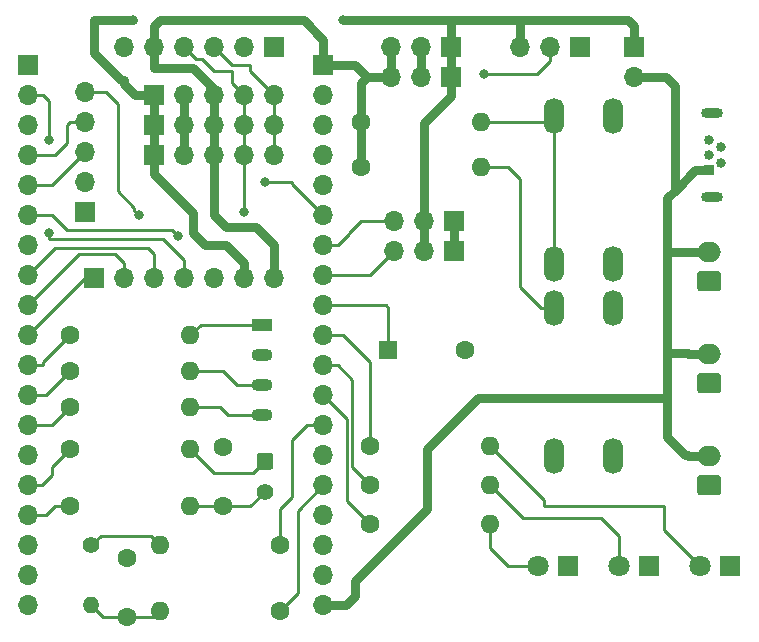
<source format=gtl>
G04 #@! TF.GenerationSoftware,KiCad,Pcbnew,(5.1.2)-1*
G04 #@! TF.CreationDate,2024-09-19T10:13:49+01:00*
G04 #@! TF.ProjectId,ESP32_PCB03,45535033-325f-4504-9342-30332e6b6963,rev?*
G04 #@! TF.SameCoordinates,Original*
G04 #@! TF.FileFunction,Copper,L1,Top*
G04 #@! TF.FilePolarity,Positive*
%FSLAX46Y46*%
G04 Gerber Fmt 4.6, Leading zero omitted, Abs format (unit mm)*
G04 Created by KiCad (PCBNEW (5.1.2)-1) date 2024-09-19 10:13:49*
%MOMM*%
%LPD*%
G04 APERTURE LIST*
%ADD10O,1.700000X1.700000*%
%ADD11R,1.700000X1.700000*%
%ADD12C,1.600000*%
%ADD13O,1.600000X1.600000*%
%ADD14C,1.400000*%
%ADD15C,0.150000*%
%ADD16O,1.400000X1.400000*%
%ADD17R,1.800000X1.070000*%
%ADD18O,1.800000X1.070000*%
%ADD19R,1.600000X1.600000*%
%ADD20C,1.800000*%
%ADD21R,1.800000X1.800000*%
%ADD22O,2.000000X1.700000*%
%ADD23C,1.700000*%
%ADD24O,1.727200X3.048000*%
%ADD25R,0.840000X0.840000*%
%ADD26C,0.840000*%
%ADD27O,1.850000X0.850000*%
%ADD28C,0.800000*%
%ADD29C,0.250000*%
%ADD30C,0.750000*%
G04 APERTURE END LIST*
D10*
X129648000Y-116840000D03*
X129648000Y-114300000D03*
X129648000Y-111760000D03*
X129648000Y-109220000D03*
X129648000Y-106680000D03*
X129648000Y-104140000D03*
X129648000Y-101600000D03*
X129648000Y-99060000D03*
X129648000Y-96520000D03*
X129648000Y-93980000D03*
X129648000Y-91440000D03*
X129648000Y-88900000D03*
X129648000Y-86360000D03*
X129648000Y-83820000D03*
X129648000Y-81280000D03*
X129648000Y-78740000D03*
X129648000Y-76200000D03*
X129648000Y-73660000D03*
D11*
X129648000Y-71120000D03*
X104648000Y-71120000D03*
D10*
X104648000Y-73660000D03*
X104648000Y-76200000D03*
X104648000Y-78740000D03*
X104648000Y-81280000D03*
X104648000Y-83820000D03*
X104648000Y-86360000D03*
X104648000Y-88900000D03*
X104648000Y-91440000D03*
X104648000Y-93980000D03*
X104648000Y-96520000D03*
X104648000Y-99060000D03*
X104648000Y-101600000D03*
X104648000Y-104140000D03*
X104648000Y-106680000D03*
X104648000Y-109220000D03*
X104648000Y-111760000D03*
X104648000Y-114300000D03*
X104648000Y-116840000D03*
D12*
X125984000Y-111760000D03*
D13*
X115824000Y-111760000D03*
D14*
X124714000Y-107208000D03*
D15*
G36*
X125189226Y-103949200D02*
G01*
X125213417Y-103952788D01*
X125237139Y-103958730D01*
X125260165Y-103966969D01*
X125282272Y-103977425D01*
X125303248Y-103989998D01*
X125322891Y-104004566D01*
X125341011Y-104020989D01*
X125357434Y-104039109D01*
X125372002Y-104058752D01*
X125384575Y-104079728D01*
X125395031Y-104101835D01*
X125403270Y-104124861D01*
X125409212Y-104148583D01*
X125412800Y-104172774D01*
X125414000Y-104197200D01*
X125414000Y-105098800D01*
X125412800Y-105123226D01*
X125409212Y-105147417D01*
X125403270Y-105171139D01*
X125395031Y-105194165D01*
X125384575Y-105216272D01*
X125372002Y-105237248D01*
X125357434Y-105256891D01*
X125341011Y-105275011D01*
X125322891Y-105291434D01*
X125303248Y-105306002D01*
X125282272Y-105318575D01*
X125260165Y-105329031D01*
X125237139Y-105337270D01*
X125213417Y-105343212D01*
X125189226Y-105346800D01*
X125164800Y-105348000D01*
X124263200Y-105348000D01*
X124238774Y-105346800D01*
X124214583Y-105343212D01*
X124190861Y-105337270D01*
X124167835Y-105329031D01*
X124145728Y-105318575D01*
X124124752Y-105306002D01*
X124105109Y-105291434D01*
X124086989Y-105275011D01*
X124070566Y-105256891D01*
X124055998Y-105237248D01*
X124043425Y-105216272D01*
X124032969Y-105194165D01*
X124024730Y-105171139D01*
X124018788Y-105147417D01*
X124015200Y-105123226D01*
X124014000Y-105098800D01*
X124014000Y-104197200D01*
X124015200Y-104172774D01*
X124018788Y-104148583D01*
X124024730Y-104124861D01*
X124032969Y-104101835D01*
X124043425Y-104079728D01*
X124055998Y-104058752D01*
X124070566Y-104039109D01*
X124086989Y-104020989D01*
X124105109Y-104004566D01*
X124124752Y-103989998D01*
X124145728Y-103977425D01*
X124167835Y-103966969D01*
X124190861Y-103958730D01*
X124214583Y-103952788D01*
X124238774Y-103949200D01*
X124263200Y-103948000D01*
X125164800Y-103948000D01*
X125189226Y-103949200D01*
X125189226Y-103949200D01*
G37*
D14*
X124714000Y-104648000D03*
X109982000Y-111760000D03*
D16*
X109982000Y-116840000D03*
D17*
X124460000Y-93091000D03*
D18*
X124460000Y-95631000D03*
X124460000Y-98171000D03*
X124460000Y-100711000D03*
D19*
X135128000Y-95250000D03*
D12*
X141628000Y-95250000D03*
X121158000Y-103458000D03*
X121158000Y-108458000D03*
X113030000Y-117856000D03*
X113030000Y-112856000D03*
D20*
X154686000Y-113538000D03*
D21*
X157226000Y-113538000D03*
D10*
X125476000Y-76200000D03*
X122936000Y-76200000D03*
X120396000Y-76200000D03*
X117856000Y-76200000D03*
D11*
X115316000Y-76200000D03*
X115316000Y-73660000D03*
D10*
X117856000Y-73660000D03*
X120396000Y-73660000D03*
X122936000Y-73660000D03*
X125476000Y-73660000D03*
X125476000Y-78740000D03*
X122936000Y-78740000D03*
X120396000Y-78740000D03*
X117856000Y-78740000D03*
D11*
X115316000Y-78740000D03*
X140462000Y-72136000D03*
D10*
X137922000Y-72136000D03*
X135382000Y-72136000D03*
X135382000Y-69596000D03*
X137922000Y-69596000D03*
D11*
X140462000Y-69596000D03*
X125476000Y-69596000D03*
D10*
X122936000Y-69596000D03*
X120396000Y-69596000D03*
X117856000Y-69596000D03*
X115316000Y-69596000D03*
X112776000Y-69596000D03*
D11*
X151384000Y-69596000D03*
D10*
X148844000Y-69596000D03*
X146304000Y-69596000D03*
X135636000Y-84328000D03*
X138176000Y-84328000D03*
D11*
X140716000Y-84328000D03*
X140716000Y-86868000D03*
D10*
X138176000Y-86868000D03*
X135636000Y-86868000D03*
D22*
X162306000Y-86908000D03*
D15*
G36*
X163080504Y-88559204D02*
G01*
X163104773Y-88562804D01*
X163128571Y-88568765D01*
X163151671Y-88577030D01*
X163173849Y-88587520D01*
X163194893Y-88600133D01*
X163214598Y-88614747D01*
X163232777Y-88631223D01*
X163249253Y-88649402D01*
X163263867Y-88669107D01*
X163276480Y-88690151D01*
X163286970Y-88712329D01*
X163295235Y-88735429D01*
X163301196Y-88759227D01*
X163304796Y-88783496D01*
X163306000Y-88808000D01*
X163306000Y-90008000D01*
X163304796Y-90032504D01*
X163301196Y-90056773D01*
X163295235Y-90080571D01*
X163286970Y-90103671D01*
X163276480Y-90125849D01*
X163263867Y-90146893D01*
X163249253Y-90166598D01*
X163232777Y-90184777D01*
X163214598Y-90201253D01*
X163194893Y-90215867D01*
X163173849Y-90228480D01*
X163151671Y-90238970D01*
X163128571Y-90247235D01*
X163104773Y-90253196D01*
X163080504Y-90256796D01*
X163056000Y-90258000D01*
X161556000Y-90258000D01*
X161531496Y-90256796D01*
X161507227Y-90253196D01*
X161483429Y-90247235D01*
X161460329Y-90238970D01*
X161438151Y-90228480D01*
X161417107Y-90215867D01*
X161397402Y-90201253D01*
X161379223Y-90184777D01*
X161362747Y-90166598D01*
X161348133Y-90146893D01*
X161335520Y-90125849D01*
X161325030Y-90103671D01*
X161316765Y-90080571D01*
X161310804Y-90056773D01*
X161307204Y-90032504D01*
X161306000Y-90008000D01*
X161306000Y-88808000D01*
X161307204Y-88783496D01*
X161310804Y-88759227D01*
X161316765Y-88735429D01*
X161325030Y-88712329D01*
X161335520Y-88690151D01*
X161348133Y-88669107D01*
X161362747Y-88649402D01*
X161379223Y-88631223D01*
X161397402Y-88614747D01*
X161417107Y-88600133D01*
X161438151Y-88587520D01*
X161460329Y-88577030D01*
X161483429Y-88568765D01*
X161507227Y-88562804D01*
X161531496Y-88559204D01*
X161556000Y-88558000D01*
X163056000Y-88558000D01*
X163080504Y-88559204D01*
X163080504Y-88559204D01*
G37*
D23*
X162306000Y-89408000D03*
D15*
G36*
X163080504Y-97195204D02*
G01*
X163104773Y-97198804D01*
X163128571Y-97204765D01*
X163151671Y-97213030D01*
X163173849Y-97223520D01*
X163194893Y-97236133D01*
X163214598Y-97250747D01*
X163232777Y-97267223D01*
X163249253Y-97285402D01*
X163263867Y-97305107D01*
X163276480Y-97326151D01*
X163286970Y-97348329D01*
X163295235Y-97371429D01*
X163301196Y-97395227D01*
X163304796Y-97419496D01*
X163306000Y-97444000D01*
X163306000Y-98644000D01*
X163304796Y-98668504D01*
X163301196Y-98692773D01*
X163295235Y-98716571D01*
X163286970Y-98739671D01*
X163276480Y-98761849D01*
X163263867Y-98782893D01*
X163249253Y-98802598D01*
X163232777Y-98820777D01*
X163214598Y-98837253D01*
X163194893Y-98851867D01*
X163173849Y-98864480D01*
X163151671Y-98874970D01*
X163128571Y-98883235D01*
X163104773Y-98889196D01*
X163080504Y-98892796D01*
X163056000Y-98894000D01*
X161556000Y-98894000D01*
X161531496Y-98892796D01*
X161507227Y-98889196D01*
X161483429Y-98883235D01*
X161460329Y-98874970D01*
X161438151Y-98864480D01*
X161417107Y-98851867D01*
X161397402Y-98837253D01*
X161379223Y-98820777D01*
X161362747Y-98802598D01*
X161348133Y-98782893D01*
X161335520Y-98761849D01*
X161325030Y-98739671D01*
X161316765Y-98716571D01*
X161310804Y-98692773D01*
X161307204Y-98668504D01*
X161306000Y-98644000D01*
X161306000Y-97444000D01*
X161307204Y-97419496D01*
X161310804Y-97395227D01*
X161316765Y-97371429D01*
X161325030Y-97348329D01*
X161335520Y-97326151D01*
X161348133Y-97305107D01*
X161362747Y-97285402D01*
X161379223Y-97267223D01*
X161397402Y-97250747D01*
X161417107Y-97236133D01*
X161438151Y-97223520D01*
X161460329Y-97213030D01*
X161483429Y-97204765D01*
X161507227Y-97198804D01*
X161531496Y-97195204D01*
X161556000Y-97194000D01*
X163056000Y-97194000D01*
X163080504Y-97195204D01*
X163080504Y-97195204D01*
G37*
D23*
X162306000Y-98044000D03*
D22*
X162306000Y-95544000D03*
X162306000Y-104180000D03*
D15*
G36*
X163080504Y-105831204D02*
G01*
X163104773Y-105834804D01*
X163128571Y-105840765D01*
X163151671Y-105849030D01*
X163173849Y-105859520D01*
X163194893Y-105872133D01*
X163214598Y-105886747D01*
X163232777Y-105903223D01*
X163249253Y-105921402D01*
X163263867Y-105941107D01*
X163276480Y-105962151D01*
X163286970Y-105984329D01*
X163295235Y-106007429D01*
X163301196Y-106031227D01*
X163304796Y-106055496D01*
X163306000Y-106080000D01*
X163306000Y-107280000D01*
X163304796Y-107304504D01*
X163301196Y-107328773D01*
X163295235Y-107352571D01*
X163286970Y-107375671D01*
X163276480Y-107397849D01*
X163263867Y-107418893D01*
X163249253Y-107438598D01*
X163232777Y-107456777D01*
X163214598Y-107473253D01*
X163194893Y-107487867D01*
X163173849Y-107500480D01*
X163151671Y-107510970D01*
X163128571Y-107519235D01*
X163104773Y-107525196D01*
X163080504Y-107528796D01*
X163056000Y-107530000D01*
X161556000Y-107530000D01*
X161531496Y-107528796D01*
X161507227Y-107525196D01*
X161483429Y-107519235D01*
X161460329Y-107510970D01*
X161438151Y-107500480D01*
X161417107Y-107487867D01*
X161397402Y-107473253D01*
X161379223Y-107456777D01*
X161362747Y-107438598D01*
X161348133Y-107418893D01*
X161335520Y-107397849D01*
X161325030Y-107375671D01*
X161316765Y-107352571D01*
X161310804Y-107328773D01*
X161307204Y-107304504D01*
X161306000Y-107280000D01*
X161306000Y-106080000D01*
X161307204Y-106055496D01*
X161310804Y-106031227D01*
X161316765Y-106007429D01*
X161325030Y-105984329D01*
X161335520Y-105962151D01*
X161348133Y-105941107D01*
X161362747Y-105921402D01*
X161379223Y-105903223D01*
X161397402Y-105886747D01*
X161417107Y-105872133D01*
X161438151Y-105859520D01*
X161460329Y-105849030D01*
X161483429Y-105840765D01*
X161507227Y-105834804D01*
X161531496Y-105831204D01*
X161556000Y-105830000D01*
X163056000Y-105830000D01*
X163080504Y-105831204D01*
X163080504Y-105831204D01*
G37*
D23*
X162306000Y-106680000D03*
D12*
X108204000Y-100076000D03*
D13*
X118364000Y-100076000D03*
X118364000Y-97028000D03*
D12*
X108204000Y-97028000D03*
D13*
X143764000Y-109982000D03*
D12*
X133604000Y-109982000D03*
X133604000Y-106680000D03*
D13*
X143764000Y-106680000D03*
D12*
X108204000Y-103632000D03*
D13*
X118364000Y-103632000D03*
D12*
X108204000Y-108458000D03*
D13*
X118364000Y-108458000D03*
X115824000Y-117348000D03*
D12*
X125984000Y-117348000D03*
D21*
X150368000Y-113538000D03*
D20*
X147828000Y-113538000D03*
D24*
X149178000Y-75438000D03*
X154178000Y-75438000D03*
X149178000Y-87938000D03*
X154178000Y-87938000D03*
X154178000Y-104194000D03*
X149178000Y-104194000D03*
X154178000Y-91694000D03*
X149178000Y-91694000D03*
D12*
X108204000Y-93980000D03*
D13*
X118364000Y-93980000D03*
X143764000Y-103378000D03*
D12*
X133604000Y-103378000D03*
D21*
X164084000Y-113538000D03*
D20*
X161544000Y-113538000D03*
D25*
X162306000Y-80010000D03*
D26*
X163306000Y-79360000D03*
X162306000Y-78710000D03*
X163306000Y-78060000D03*
X162306000Y-77410000D03*
D27*
X162526000Y-82285000D03*
X162526000Y-75135000D03*
D11*
X110236000Y-89154000D03*
D10*
X112776000Y-89154000D03*
X115316000Y-89154000D03*
X117856000Y-89154000D03*
X120396000Y-89154000D03*
X122936000Y-89154000D03*
X125476000Y-89154000D03*
D11*
X155956000Y-69596000D03*
D10*
X155956000Y-72136000D03*
D12*
X132842000Y-75946000D03*
D13*
X143002000Y-75946000D03*
X143002000Y-79756000D03*
D12*
X132842000Y-79756000D03*
D11*
X109474000Y-83566000D03*
D10*
X109474000Y-81026000D03*
X109474000Y-78486000D03*
X109474000Y-75946000D03*
X109474000Y-73406000D03*
D28*
X131318000Y-67310000D03*
X113538000Y-67310000D03*
X117348000Y-85598000D03*
X122936000Y-83566000D03*
X143256000Y-71882000D03*
X124714000Y-81026000D03*
X106426000Y-85344000D03*
X106421347Y-77465347D03*
X114046000Y-83820000D03*
D29*
X134908000Y-91440000D02*
X135128000Y-91660000D01*
X129648000Y-91440000D02*
X134908000Y-91440000D01*
X135128000Y-95250000D02*
X135128000Y-92456000D01*
X135128000Y-91660000D02*
X135128000Y-92456000D01*
X135128000Y-92456000D02*
X135128000Y-92710000D01*
D30*
X117856000Y-73660000D02*
X117856000Y-76200000D01*
X117856000Y-76200000D02*
X117856000Y-78740000D01*
X140716000Y-84328000D02*
X140716000Y-86868000D01*
X137922000Y-69596000D02*
X137922000Y-72136000D01*
D29*
X119495370Y-108458000D02*
X121158000Y-108458000D01*
X118364000Y-108458000D02*
X119495370Y-108458000D01*
X123464000Y-108458000D02*
X124714000Y-107208000D01*
X121158000Y-108458000D02*
X123464000Y-108458000D01*
X110998000Y-117856000D02*
X113030000Y-117856000D01*
X109982000Y-116840000D02*
X110998000Y-117856000D01*
X115316000Y-117856000D02*
X115824000Y-117348000D01*
X113030000Y-117856000D02*
X115316000Y-117856000D01*
D30*
X120396000Y-73660000D02*
X120396000Y-76200000D01*
X120396000Y-76200000D02*
X120396000Y-78740000D01*
X135382000Y-69596000D02*
X135382000Y-72136000D01*
X129648000Y-71120000D02*
X132334000Y-71120000D01*
X133350000Y-72136000D02*
X135382000Y-72136000D01*
X132334000Y-71120000D02*
X133350000Y-72136000D01*
X115316000Y-67818000D02*
X115316000Y-69596000D01*
X115824000Y-67310000D02*
X115316000Y-67818000D01*
X128016000Y-67310000D02*
X115824000Y-67310000D01*
X129648000Y-71120000D02*
X129648000Y-68942000D01*
X129648000Y-68942000D02*
X128016000Y-67310000D01*
X120396000Y-73152000D02*
X120396000Y-73660000D01*
X118618000Y-71374000D02*
X120396000Y-73152000D01*
X115316000Y-69596000D02*
X115316000Y-71374000D01*
X115316000Y-71374000D02*
X118618000Y-71374000D01*
X132842000Y-79756000D02*
X132842000Y-75946000D01*
X132842000Y-72644000D02*
X133350000Y-72136000D01*
X132842000Y-75946000D02*
X132842000Y-72644000D01*
X125476000Y-86360000D02*
X125476000Y-89154000D01*
X123952000Y-84836000D02*
X125476000Y-86360000D01*
X121412000Y-84836000D02*
X123952000Y-84836000D01*
X120396000Y-78740000D02*
X120396000Y-83820000D01*
X120396000Y-83820000D02*
X121412000Y-84836000D01*
X115316000Y-73660000D02*
X115316000Y-76200000D01*
X115316000Y-76200000D02*
X115316000Y-78740000D01*
X138176000Y-84328000D02*
X138176000Y-86868000D01*
X140462000Y-69596000D02*
X140462000Y-72136000D01*
X113538000Y-67310000D02*
X110236000Y-67310000D01*
X113716000Y-73660000D02*
X115316000Y-73660000D01*
X112776000Y-72720000D02*
X113716000Y-73660000D01*
X112776000Y-72390000D02*
X112776000Y-72720000D01*
X140462000Y-67310000D02*
X140462000Y-69596000D01*
X131318000Y-67310000D02*
X140462000Y-67310000D01*
X132334000Y-114808000D02*
X134112000Y-113030000D01*
X132334000Y-116078000D02*
X132334000Y-114808000D01*
X131572000Y-116840000D02*
X132334000Y-116078000D01*
X129648000Y-116840000D02*
X131572000Y-116840000D01*
X138430000Y-108712000D02*
X134112000Y-113030000D01*
X134112000Y-113030000D02*
X133604000Y-113538000D01*
X162306000Y-80010000D02*
X161136000Y-80010000D01*
X158750000Y-82396000D02*
X158750000Y-86868000D01*
X158790000Y-86908000D02*
X162306000Y-86908000D01*
X158750000Y-86868000D02*
X158790000Y-86908000D01*
X160556000Y-104180000D02*
X160516000Y-104140000D01*
X162306000Y-104180000D02*
X160556000Y-104180000D01*
X160516000Y-104140000D02*
X160274000Y-104140000D01*
X160274000Y-104140000D02*
X158750000Y-102616000D01*
X160516000Y-95504000D02*
X158750000Y-95504000D01*
X160556000Y-95544000D02*
X160516000Y-95504000D01*
X162306000Y-95544000D02*
X160556000Y-95544000D01*
X158750000Y-95504000D02*
X158750000Y-86868000D01*
X146304000Y-69596000D02*
X146304000Y-67310000D01*
X140462000Y-67310000D02*
X146304000Y-67310000D01*
X161136000Y-80010000D02*
X159562000Y-81584000D01*
X159562000Y-81584000D02*
X158750000Y-82396000D01*
X159444081Y-81466081D02*
X159562000Y-81584000D01*
X159444081Y-72898000D02*
X159444081Y-81466081D01*
X155956000Y-72136000D02*
X158682081Y-72136000D01*
X158682081Y-72136000D02*
X159444081Y-72898000D01*
X155956000Y-67818000D02*
X155956000Y-69596000D01*
X146304000Y-67310000D02*
X155448000Y-67310000D01*
X155448000Y-67310000D02*
X155956000Y-67818000D01*
X138176000Y-76022000D02*
X138176000Y-84328000D01*
X140462000Y-72136000D02*
X140462000Y-73736000D01*
X140462000Y-73736000D02*
X138176000Y-76022000D01*
X138430000Y-108712000D02*
X138430000Y-103632000D01*
X142748000Y-99314000D02*
X158750000Y-99314000D01*
X138430000Y-103632000D02*
X142748000Y-99314000D01*
X158750000Y-102616000D02*
X158750000Y-99314000D01*
X158750000Y-99314000D02*
X158750000Y-95504000D01*
X115316000Y-80340000D02*
X118618000Y-83642000D01*
X115316000Y-78740000D02*
X115316000Y-80340000D01*
X118618000Y-83642000D02*
X118618000Y-85344000D01*
X118618000Y-85344000D02*
X119634000Y-86360000D01*
X119634000Y-86360000D02*
X121412000Y-86360000D01*
X122936000Y-87884000D02*
X122936000Y-89154000D01*
X121412000Y-86360000D02*
X122936000Y-87884000D01*
X112776000Y-72390000D02*
X112522000Y-72390000D01*
X110236000Y-70104000D02*
X110236000Y-67310000D01*
X112522000Y-72390000D02*
X110236000Y-70104000D01*
D29*
X104902000Y-89154000D02*
X104648000Y-88900000D01*
X115316000Y-87122000D02*
X115316000Y-89154000D01*
X114808000Y-86614000D02*
X115316000Y-87122000D01*
X104648000Y-88900000D02*
X106934000Y-86614000D01*
X106934000Y-86614000D02*
X114808000Y-86614000D01*
X109474000Y-89154000D02*
X110236000Y-89154000D01*
X104648000Y-93980000D02*
X109474000Y-89154000D01*
X104648000Y-96520000D02*
X105918000Y-96520000D01*
X105918000Y-96266000D02*
X108204000Y-93980000D01*
X105918000Y-96520000D02*
X105918000Y-96266000D01*
X106172000Y-99060000D02*
X108204000Y-97028000D01*
X104648000Y-99060000D02*
X106172000Y-99060000D01*
X106680000Y-101600000D02*
X108204000Y-100076000D01*
X104648000Y-101600000D02*
X106680000Y-101600000D01*
X105850081Y-106680000D02*
X106680000Y-105850081D01*
X104648000Y-106680000D02*
X105850081Y-106680000D01*
X106680000Y-105156000D02*
X108204000Y-103632000D01*
X106680000Y-105850081D02*
X106680000Y-105156000D01*
X123698000Y-105664000D02*
X124714000Y-104648000D01*
X118364000Y-103632000D02*
X120396000Y-105664000D01*
X120396000Y-105664000D02*
X123698000Y-105664000D01*
X118364000Y-100076000D02*
X120904000Y-100076000D01*
X121539000Y-100711000D02*
X124460000Y-100711000D01*
X120904000Y-100076000D02*
X121539000Y-100711000D01*
X118364000Y-97028000D02*
X121158000Y-97028000D01*
X122301000Y-98171000D02*
X124460000Y-98171000D01*
X121158000Y-97028000D02*
X122301000Y-98171000D01*
X119253000Y-93091000D02*
X124460000Y-93091000D01*
X118364000Y-93980000D02*
X119253000Y-93091000D01*
X125476000Y-73660000D02*
X125476000Y-76200000D01*
X125476000Y-76200000D02*
X125476000Y-78740000D01*
X120396000Y-69596000D02*
X121920000Y-71120000D01*
X121920000Y-71120000D02*
X123444000Y-71120000D01*
X123444000Y-71628000D02*
X125476000Y-73660000D01*
X123444000Y-71120000D02*
X123444000Y-71628000D01*
X122936000Y-73660000D02*
X122936000Y-76200000D01*
X122936000Y-76200000D02*
X122936000Y-78740000D01*
X121920000Y-72644000D02*
X122936000Y-73660000D01*
X121920000Y-71628000D02*
X121920000Y-72644000D01*
X120396000Y-71628000D02*
X121920000Y-71628000D01*
X119380000Y-70612000D02*
X120396000Y-71628000D01*
X117856000Y-69596000D02*
X118872000Y-70612000D01*
X118872000Y-70612000D02*
X119380000Y-70612000D01*
X104648000Y-83820000D02*
X106680000Y-83820000D01*
X106680000Y-83820000D02*
X107188000Y-84328000D01*
X107188000Y-84328000D02*
X107950000Y-85090000D01*
X107950000Y-85090000D02*
X116840000Y-85090000D01*
X116840000Y-85090000D02*
X117348000Y-85598000D01*
X122936000Y-83000315D02*
X122936000Y-78740000D01*
X122936000Y-83566000D02*
X122936000Y-83000315D01*
X145288000Y-113538000D02*
X147828000Y-113538000D01*
X143764000Y-109982000D02*
X143764000Y-112014000D01*
X143764000Y-112014000D02*
X145288000Y-113538000D01*
X154686000Y-110998000D02*
X153162000Y-109474000D01*
X154686000Y-113538000D02*
X154686000Y-110998000D01*
X146558000Y-109474000D02*
X147574000Y-109474000D01*
X143764000Y-106680000D02*
X146558000Y-109474000D01*
X153162000Y-109474000D02*
X147574000Y-109474000D01*
X147574000Y-109474000D02*
X147320000Y-109474000D01*
X158496000Y-110490000D02*
X161544000Y-113538000D01*
X158496000Y-108458000D02*
X158496000Y-110490000D01*
X148336000Y-108458000D02*
X158496000Y-108458000D01*
X143764000Y-103378000D02*
X148336000Y-107950000D01*
X148336000Y-107950000D02*
X148336000Y-108458000D01*
X106680000Y-81280000D02*
X109474000Y-78486000D01*
X104648000Y-81280000D02*
X106680000Y-81280000D01*
X106680000Y-89408000D02*
X104648000Y-91440000D01*
X108966000Y-87122000D02*
X106680000Y-89408000D01*
X112014000Y-87122000D02*
X108966000Y-87122000D01*
X112776000Y-89154000D02*
X112776000Y-87884000D01*
X112776000Y-87884000D02*
X112014000Y-87122000D01*
X143821685Y-71882000D02*
X143256000Y-71882000D01*
X147760081Y-71882000D02*
X143821685Y-71882000D01*
X148844000Y-70798081D02*
X147760081Y-71882000D01*
X148844000Y-69596000D02*
X148844000Y-70798081D01*
X124714000Y-81026000D02*
X127000000Y-81026000D01*
X127000000Y-81172000D02*
X129648000Y-83820000D01*
X127000000Y-81026000D02*
X127000000Y-81172000D01*
X130850081Y-86360000D02*
X129648000Y-86360000D01*
X131826000Y-85384081D02*
X130850081Y-86360000D01*
X131826000Y-85344000D02*
X131826000Y-85384081D01*
X135636000Y-84328000D02*
X132842000Y-84328000D01*
X132842000Y-84328000D02*
X131826000Y-85344000D01*
X133604000Y-88900000D02*
X135636000Y-86868000D01*
X129648000Y-88900000D02*
X133604000Y-88900000D01*
X125984000Y-111760000D02*
X125984000Y-108712000D01*
X125984000Y-108712000D02*
X127000000Y-107696000D01*
X127000000Y-107696000D02*
X127000000Y-102870000D01*
X128270000Y-101600000D02*
X129648000Y-101600000D01*
X127000000Y-102870000D02*
X128270000Y-101600000D01*
X129648000Y-99060000D02*
X131629990Y-101041990D01*
X131629990Y-108007990D02*
X131629990Y-105721990D01*
X133604000Y-109982000D02*
X131629990Y-108007990D01*
X131629990Y-101041990D02*
X131629990Y-105721990D01*
X131629990Y-105721990D02*
X131629990Y-105975990D01*
X130850081Y-96520000D02*
X129648000Y-96520000D01*
X132080000Y-97749919D02*
X130850081Y-96520000D01*
X133604000Y-106680000D02*
X132080000Y-105156000D01*
X132080000Y-105156000D02*
X132080000Y-97749919D01*
X129648000Y-93980000D02*
X131318000Y-93980000D01*
X131318000Y-93980000D02*
X133604000Y-96266000D01*
X133604000Y-103378000D02*
X133604000Y-101092000D01*
X133604000Y-96266000D02*
X133604000Y-101092000D01*
X133604000Y-101092000D02*
X133604000Y-101346000D01*
X149178000Y-104702000D02*
X149178000Y-102928000D01*
X149178000Y-92202000D02*
X149178000Y-91541600D01*
X148064400Y-91694000D02*
X146304000Y-89933600D01*
X149178000Y-91694000D02*
X148064400Y-91694000D01*
X146304000Y-89933600D02*
X146304000Y-80772000D01*
X145288000Y-79756000D02*
X143002000Y-79756000D01*
X146304000Y-80772000D02*
X145288000Y-79756000D01*
X149178000Y-87938000D02*
X149178000Y-75438000D01*
X148670000Y-75946000D02*
X149178000Y-75438000D01*
X143002000Y-75946000D02*
X148670000Y-75946000D01*
X105908694Y-73660000D02*
X104648000Y-73660000D01*
X106421347Y-77465347D02*
X106421347Y-74172653D01*
X106421347Y-74172653D02*
X105908694Y-73660000D01*
X106426000Y-85852000D02*
X106426000Y-85344000D01*
X116078000Y-85852000D02*
X106426000Y-85852000D01*
X117856000Y-89154000D02*
X117856000Y-87630000D01*
X117856000Y-87630000D02*
X116078000Y-85852000D01*
X108204000Y-75946000D02*
X109474000Y-75946000D01*
X107950000Y-76200000D02*
X108204000Y-75946000D01*
X107950000Y-77724000D02*
X107950000Y-76200000D01*
X104648000Y-78740000D02*
X106934000Y-78740000D01*
X106934000Y-78740000D02*
X107950000Y-77724000D01*
X104648000Y-109220000D02*
X106172000Y-109220000D01*
X106934000Y-108458000D02*
X108204000Y-108458000D01*
X106172000Y-109220000D02*
X106934000Y-108458000D01*
X127508000Y-108820000D02*
X129648000Y-106680000D01*
X125984000Y-117348000D02*
X127508000Y-115824000D01*
X127508000Y-115824000D02*
X127508000Y-108820000D01*
X113646001Y-83420001D02*
X113646001Y-83166001D01*
X114046000Y-83820000D02*
X113646001Y-83420001D01*
X113646001Y-83166001D02*
X112268000Y-81788000D01*
X112268000Y-81788000D02*
X112268000Y-74422000D01*
X111252000Y-73406000D02*
X109474000Y-73406000D01*
X112268000Y-74422000D02*
X111252000Y-73406000D01*
X115024001Y-110960001D02*
X115824000Y-111760000D01*
X110781999Y-110960001D02*
X115024001Y-110960001D01*
X109982000Y-111760000D02*
X110781999Y-110960001D01*
M02*

</source>
